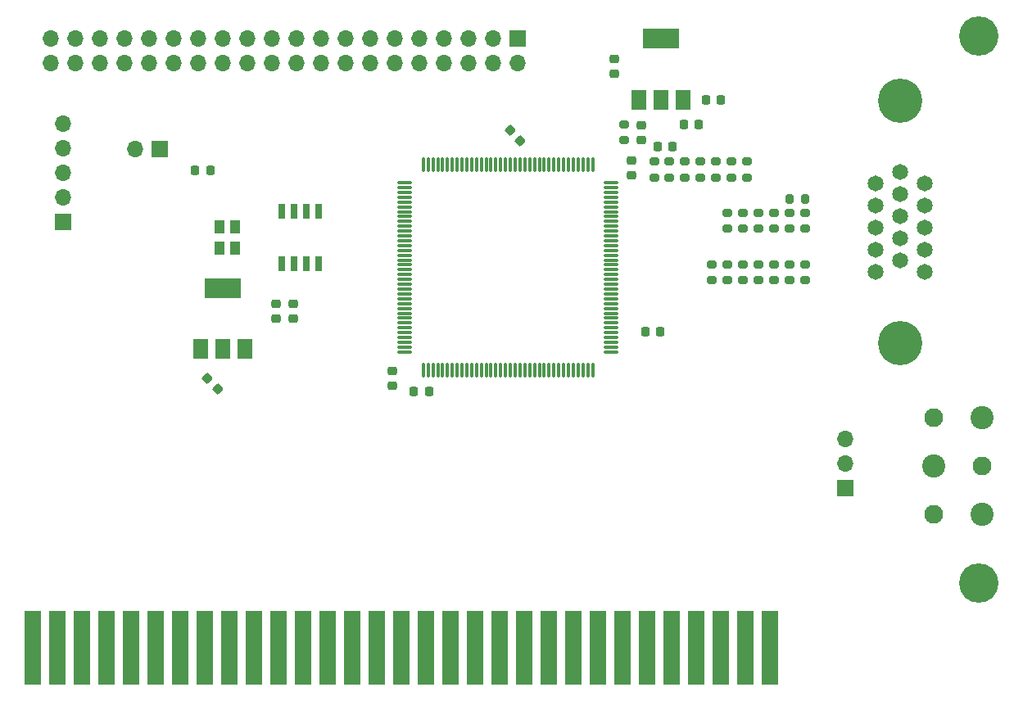
<source format=gbr>
%TF.GenerationSoftware,KiCad,Pcbnew,(6.0.5)*%
%TF.CreationDate,2023-02-09T13:46:48+02:00*%
%TF.ProjectId,minifp,6d696e69-6670-42e6-9b69-6361645f7063,rev?*%
%TF.SameCoordinates,Original*%
%TF.FileFunction,Soldermask,Top*%
%TF.FilePolarity,Negative*%
%FSLAX46Y46*%
G04 Gerber Fmt 4.6, Leading zero omitted, Abs format (unit mm)*
G04 Created by KiCad (PCBNEW (6.0.5)) date 2023-02-09 13:46:48*
%MOMM*%
%LPD*%
G01*
G04 APERTURE LIST*
G04 Aperture macros list*
%AMRoundRect*
0 Rectangle with rounded corners*
0 $1 Rounding radius*
0 $2 $3 $4 $5 $6 $7 $8 $9 X,Y pos of 4 corners*
0 Add a 4 corners polygon primitive as box body*
4,1,4,$2,$3,$4,$5,$6,$7,$8,$9,$2,$3,0*
0 Add four circle primitives for the rounded corners*
1,1,$1+$1,$2,$3*
1,1,$1+$1,$4,$5*
1,1,$1+$1,$6,$7*
1,1,$1+$1,$8,$9*
0 Add four rect primitives between the rounded corners*
20,1,$1+$1,$2,$3,$4,$5,0*
20,1,$1+$1,$4,$5,$6,$7,0*
20,1,$1+$1,$6,$7,$8,$9,0*
20,1,$1+$1,$8,$9,$2,$3,0*%
G04 Aperture macros list end*
%ADD10R,1.000000X1.400000*%
%ADD11C,1.650000*%
%ADD12C,4.575000*%
%ADD13C,1.950000*%
%ADD14C,2.400000*%
%ADD15R,0.650000X1.500000*%
%ADD16RoundRect,0.200000X-0.275000X0.200000X-0.275000X-0.200000X0.275000X-0.200000X0.275000X0.200000X0*%
%ADD17RoundRect,0.075000X0.662500X0.075000X-0.662500X0.075000X-0.662500X-0.075000X0.662500X-0.075000X0*%
%ADD18RoundRect,0.075000X0.075000X0.662500X-0.075000X0.662500X-0.075000X-0.662500X0.075000X-0.662500X0*%
%ADD19RoundRect,0.200000X0.275000X-0.200000X0.275000X0.200000X-0.275000X0.200000X-0.275000X-0.200000X0*%
%ADD20R,1.700000X1.700000*%
%ADD21O,1.700000X1.700000*%
%ADD22RoundRect,0.225000X-0.250000X0.225000X-0.250000X-0.225000X0.250000X-0.225000X0.250000X0.225000X0*%
%ADD23RoundRect,0.225000X0.335876X0.017678X0.017678X0.335876X-0.335876X-0.017678X-0.017678X-0.335876X0*%
%ADD24R,1.500000X2.000000*%
%ADD25R,3.800000X2.000000*%
%ADD26RoundRect,0.225000X0.225000X0.250000X-0.225000X0.250000X-0.225000X-0.250000X0.225000X-0.250000X0*%
%ADD27R,1.778000X7.620000*%
%ADD28C,4.064000*%
%ADD29RoundRect,0.225000X-0.225000X-0.250000X0.225000X-0.250000X0.225000X0.250000X-0.225000X0.250000X0*%
%ADD30RoundRect,0.225000X0.250000X-0.225000X0.250000X0.225000X-0.250000X0.225000X-0.250000X-0.225000X0*%
%ADD31RoundRect,0.200000X-0.200000X-0.275000X0.200000X-0.275000X0.200000X0.275000X-0.200000X0.275000X0*%
G04 APERTURE END LIST*
D10*
%TO.C,Y1*%
X131200000Y-106500000D03*
X131200000Y-108700000D03*
X132800000Y-108700000D03*
X132800000Y-106500000D03*
%TD*%
D11*
%TO.C,J401*%
X199000000Y-102000000D03*
X199000000Y-104290000D03*
X199000000Y-106580000D03*
X199000000Y-108870000D03*
X199000000Y-111160000D03*
X201540000Y-100855000D03*
X201540000Y-103145000D03*
X201540000Y-105435000D03*
X201540000Y-107725000D03*
X201540000Y-110015000D03*
X204080000Y-102000000D03*
X204080000Y-104290000D03*
X204080000Y-106580000D03*
X204080000Y-108870000D03*
X204080000Y-111160000D03*
D12*
X201540000Y-93512000D03*
X201540000Y-118502000D03*
%TD*%
D13*
%TO.C,J123*%
X210000000Y-131200000D03*
X205000000Y-126200000D03*
X205000000Y-136200000D03*
D14*
X210000000Y-136200000D03*
X210000000Y-126200000D03*
X205000000Y-131200000D03*
%TD*%
D15*
%TO.C,IC102*%
X141405000Y-104900000D03*
X140135000Y-104900000D03*
X138865000Y-104900000D03*
X137595000Y-104900000D03*
X137595000Y-110300000D03*
X138865000Y-110300000D03*
X140135000Y-110300000D03*
X141405000Y-110300000D03*
%TD*%
D16*
%TO.C,R12*%
X190100000Y-106725000D03*
X190100000Y-105075000D03*
%TD*%
D17*
%TO.C,U1*%
X171662500Y-119450000D03*
X171662500Y-118950000D03*
X171662500Y-118450000D03*
X171662500Y-117950000D03*
X171662500Y-117450000D03*
X171662500Y-116950000D03*
X171662500Y-116450000D03*
X171662500Y-115950000D03*
X171662500Y-115450000D03*
X171662500Y-114950000D03*
X171662500Y-114450000D03*
X171662500Y-113950000D03*
X171662500Y-113450000D03*
X171662500Y-112950000D03*
X171662500Y-112450000D03*
X171662500Y-111950000D03*
X171662500Y-111450000D03*
X171662500Y-110950000D03*
X171662500Y-110450000D03*
X171662500Y-109950000D03*
X171662500Y-109450000D03*
X171662500Y-108950000D03*
X171662500Y-108450000D03*
X171662500Y-107950000D03*
X171662500Y-107450000D03*
X171662500Y-106950000D03*
X171662500Y-106450000D03*
X171662500Y-105950000D03*
X171662500Y-105450000D03*
X171662500Y-104950000D03*
X171662500Y-104450000D03*
X171662500Y-103950000D03*
X171662500Y-103450000D03*
X171662500Y-102950000D03*
X171662500Y-102450000D03*
X171662500Y-101950000D03*
D18*
X169750000Y-100037500D03*
X169250000Y-100037500D03*
X168750000Y-100037500D03*
X168250000Y-100037500D03*
X167750000Y-100037500D03*
X167250000Y-100037500D03*
X166750000Y-100037500D03*
X166250000Y-100037500D03*
X165750000Y-100037500D03*
X165250000Y-100037500D03*
X164750000Y-100037500D03*
X164250000Y-100037500D03*
X163750000Y-100037500D03*
X163250000Y-100037500D03*
X162750000Y-100037500D03*
X162250000Y-100037500D03*
X161750000Y-100037500D03*
X161250000Y-100037500D03*
X160750000Y-100037500D03*
X160250000Y-100037500D03*
X159750000Y-100037500D03*
X159250000Y-100037500D03*
X158750000Y-100037500D03*
X158250000Y-100037500D03*
X157750000Y-100037500D03*
X157250000Y-100037500D03*
X156750000Y-100037500D03*
X156250000Y-100037500D03*
X155750000Y-100037500D03*
X155250000Y-100037500D03*
X154750000Y-100037500D03*
X154250000Y-100037500D03*
X153750000Y-100037500D03*
X153250000Y-100037500D03*
X152750000Y-100037500D03*
X152250000Y-100037500D03*
D17*
X150337500Y-101950000D03*
X150337500Y-102450000D03*
X150337500Y-102950000D03*
X150337500Y-103450000D03*
X150337500Y-103950000D03*
X150337500Y-104450000D03*
X150337500Y-104950000D03*
X150337500Y-105450000D03*
X150337500Y-105950000D03*
X150337500Y-106450000D03*
X150337500Y-106950000D03*
X150337500Y-107450000D03*
X150337500Y-107950000D03*
X150337500Y-108450000D03*
X150337500Y-108950000D03*
X150337500Y-109450000D03*
X150337500Y-109950000D03*
X150337500Y-110450000D03*
X150337500Y-110950000D03*
X150337500Y-111450000D03*
X150337500Y-111950000D03*
X150337500Y-112450000D03*
X150337500Y-112950000D03*
X150337500Y-113450000D03*
X150337500Y-113950000D03*
X150337500Y-114450000D03*
X150337500Y-114950000D03*
X150337500Y-115450000D03*
X150337500Y-115950000D03*
X150337500Y-116450000D03*
X150337500Y-116950000D03*
X150337500Y-117450000D03*
X150337500Y-117950000D03*
X150337500Y-118450000D03*
X150337500Y-118950000D03*
X150337500Y-119450000D03*
D18*
X152250000Y-121362500D03*
X152750000Y-121362500D03*
X153250000Y-121362500D03*
X153750000Y-121362500D03*
X154250000Y-121362500D03*
X154750000Y-121362500D03*
X155250000Y-121362500D03*
X155750000Y-121362500D03*
X156250000Y-121362500D03*
X156750000Y-121362500D03*
X157250000Y-121362500D03*
X157750000Y-121362500D03*
X158250000Y-121362500D03*
X158750000Y-121362500D03*
X159250000Y-121362500D03*
X159750000Y-121362500D03*
X160250000Y-121362500D03*
X160750000Y-121362500D03*
X161250000Y-121362500D03*
X161750000Y-121362500D03*
X162250000Y-121362500D03*
X162750000Y-121362500D03*
X163250000Y-121362500D03*
X163750000Y-121362500D03*
X164250000Y-121362500D03*
X164750000Y-121362500D03*
X165250000Y-121362500D03*
X165750000Y-121362500D03*
X166250000Y-121362500D03*
X166750000Y-121362500D03*
X167250000Y-121362500D03*
X167750000Y-121362500D03*
X168250000Y-121362500D03*
X168750000Y-121362500D03*
X169250000Y-121362500D03*
X169750000Y-121362500D03*
%TD*%
D16*
%TO.C,R9*%
X185300000Y-105075000D03*
X185300000Y-106725000D03*
%TD*%
D19*
%TO.C,R100*%
X173000000Y-97575000D03*
X173000000Y-95925000D03*
%TD*%
D20*
%TO.C,J301*%
X195900000Y-133525000D03*
D21*
X195900000Y-130985000D03*
X195900000Y-128445000D03*
%TD*%
D22*
%TO.C,C603*%
X149050000Y-121375000D03*
X149050000Y-122925000D03*
%TD*%
D23*
%TO.C,C601*%
X131048008Y-123298008D03*
X129951992Y-122201992D03*
%TD*%
D16*
%TO.C,R6*%
X184100000Y-99775000D03*
X184100000Y-101425000D03*
%TD*%
D24*
%TO.C,U602*%
X179100000Y-93350000D03*
X176800000Y-93350000D03*
D25*
X176800000Y-87050000D03*
D24*
X174500000Y-93350000D03*
%TD*%
D26*
%TO.C,C334*%
X152825000Y-123500000D03*
X151275000Y-123500000D03*
%TD*%
D16*
%TO.C,R21*%
X191700000Y-110375000D03*
X191700000Y-112025000D03*
%TD*%
%TO.C,R16*%
X183700000Y-110375000D03*
X183700000Y-112025000D03*
%TD*%
%TO.C,R1*%
X176100000Y-99775000D03*
X176100000Y-101425000D03*
%TD*%
D27*
%TO.C,J1*%
X111900000Y-150000000D03*
X114440000Y-150000000D03*
X116980000Y-150000000D03*
X119520000Y-150000000D03*
X122060000Y-150000000D03*
X124600000Y-150000000D03*
X127140000Y-150000000D03*
X129680000Y-150000000D03*
X132220000Y-150000000D03*
X134760000Y-150000000D03*
X137300000Y-150000000D03*
X139840000Y-150000000D03*
X142380000Y-150000000D03*
X144920000Y-150000000D03*
X147460000Y-150000000D03*
X150000000Y-150000000D03*
X152540000Y-150000000D03*
X155080000Y-150000000D03*
X157620000Y-150000000D03*
X160160000Y-150000000D03*
X162700000Y-150000000D03*
X165240000Y-150000000D03*
X167780000Y-150000000D03*
X170320000Y-150000000D03*
X172860000Y-150000000D03*
X175400000Y-150000000D03*
X177940000Y-150000000D03*
X180480000Y-150000000D03*
X183020000Y-150000000D03*
X185560000Y-150000000D03*
X188100000Y-150000000D03*
D28*
X209690000Y-143332500D03*
X209690000Y-86817500D03*
%TD*%
D22*
%TO.C,C602*%
X137000000Y-114475000D03*
X137000000Y-116025000D03*
%TD*%
D16*
%TO.C,R17*%
X185300000Y-110375000D03*
X185300000Y-112025000D03*
%TD*%
D29*
%TO.C,C604*%
X175175000Y-117350000D03*
X176725000Y-117350000D03*
%TD*%
D16*
%TO.C,R5*%
X182500000Y-99775000D03*
X182500000Y-101425000D03*
%TD*%
D30*
%TO.C,C609*%
X173800000Y-101175000D03*
X173800000Y-99625000D03*
%TD*%
D16*
%TO.C,R15*%
X182100000Y-112025000D03*
X182100000Y-110375000D03*
%TD*%
D22*
%TO.C,C802*%
X174750000Y-95975000D03*
X174750000Y-97525000D03*
%TD*%
D29*
%TO.C,C622*%
X179175000Y-95900000D03*
X180725000Y-95900000D03*
%TD*%
D20*
%TO.C,J701*%
X125000000Y-98442800D03*
D21*
X122460000Y-98442800D03*
%TD*%
D22*
%TO.C,C606*%
X138800000Y-114475000D03*
X138800000Y-116025000D03*
%TD*%
D20*
%TO.C,J702*%
X115000000Y-106000000D03*
D21*
X115000000Y-103460000D03*
X115000000Y-100920000D03*
X115000000Y-98380000D03*
X115000000Y-95840000D03*
%TD*%
D31*
%TO.C,R14*%
X190075000Y-103600000D03*
X191725000Y-103600000D03*
%TD*%
D22*
%TO.C,C608*%
X172000000Y-90675000D03*
X172000000Y-89125000D03*
%TD*%
D20*
%TO.C,J4*%
X162000000Y-87000000D03*
D21*
X162000000Y-89540000D03*
X159460000Y-87000000D03*
X159460000Y-89540000D03*
X156920000Y-87000000D03*
X156920000Y-89540000D03*
X154380000Y-87000000D03*
X154380000Y-89540000D03*
X151840000Y-87000000D03*
X151840000Y-89540000D03*
X149300000Y-87000000D03*
X149300000Y-89540000D03*
X146760000Y-87000000D03*
X146760000Y-89540000D03*
X144220000Y-87000000D03*
X144220000Y-89540000D03*
X141680000Y-87000000D03*
X141680000Y-89540000D03*
X139140000Y-87000000D03*
X139140000Y-89540000D03*
X136600000Y-87000000D03*
X136600000Y-89540000D03*
X134060000Y-87000000D03*
X134060000Y-89540000D03*
X131520000Y-87000000D03*
X131520000Y-89540000D03*
X128980000Y-87000000D03*
X128980000Y-89540000D03*
X126440000Y-87000000D03*
X126440000Y-89540000D03*
X123900000Y-87000000D03*
X123900000Y-89540000D03*
X121360000Y-87000000D03*
X121360000Y-89540000D03*
X118820000Y-87000000D03*
X118820000Y-89540000D03*
X116280000Y-87000000D03*
X116280000Y-89540000D03*
X113740000Y-87000000D03*
X113740000Y-89540000D03*
%TD*%
D16*
%TO.C,R8*%
X183700000Y-105075000D03*
X183700000Y-106725000D03*
%TD*%
%TO.C,R7*%
X185700000Y-99775000D03*
X185700000Y-101425000D03*
%TD*%
%TO.C,R19*%
X188500000Y-110375000D03*
X188500000Y-112025000D03*
%TD*%
%TO.C,R13*%
X191700000Y-106725000D03*
X191700000Y-105075000D03*
%TD*%
%TO.C,R4*%
X180900000Y-99775000D03*
X180900000Y-101425000D03*
%TD*%
D26*
%TO.C,C605*%
X130225000Y-100712011D03*
X128675000Y-100712011D03*
%TD*%
D16*
%TO.C,R20*%
X190100000Y-112025000D03*
X190100000Y-110375000D03*
%TD*%
%TO.C,R2*%
X177700000Y-99775000D03*
X177700000Y-101425000D03*
%TD*%
D29*
%TO.C,C607*%
X181475000Y-93350000D03*
X183025000Y-93350000D03*
%TD*%
D24*
%TO.C,U601*%
X129200000Y-119150000D03*
D25*
X131500000Y-112850000D03*
D24*
X131500000Y-119150000D03*
X133800000Y-119150000D03*
%TD*%
D26*
%TO.C,C801*%
X178025000Y-98250000D03*
X176475000Y-98250000D03*
%TD*%
D23*
%TO.C,C333*%
X162298008Y-97648008D03*
X161201992Y-96551992D03*
%TD*%
D16*
%TO.C,R3*%
X179300000Y-99775000D03*
X179300000Y-101425000D03*
%TD*%
%TO.C,R18*%
X186900000Y-112025000D03*
X186900000Y-110375000D03*
%TD*%
%TO.C,R11*%
X188500000Y-106725000D03*
X188500000Y-105075000D03*
%TD*%
%TO.C,R10*%
X186900000Y-105075000D03*
X186900000Y-106725000D03*
%TD*%
M02*

</source>
